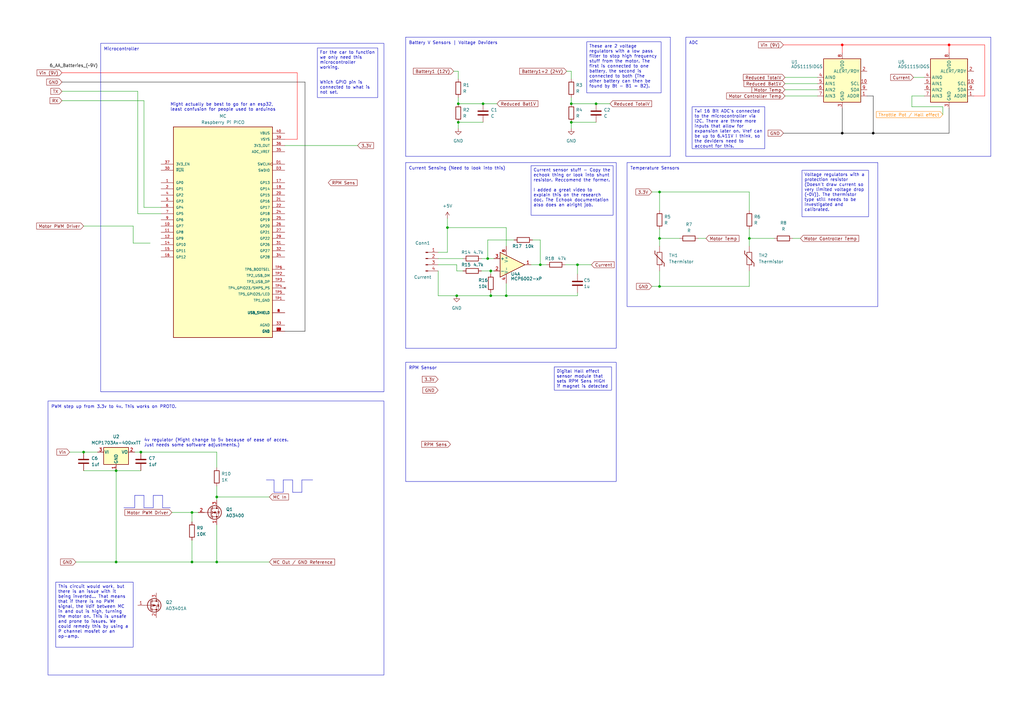
<source format=kicad_sch>
(kicad_sch (version 20230121) (generator eeschema)
  (paper "A3")
  (lib_symbols
    (symbol "Amplifier_Operational:MCP6002-xP" (pin_names (offset 0.127))
      (property "Reference" "U" (at 0 5.08 0))
      (property "Value" "MCP6002-xP" (at 0 -5.08 0))
      (symbol "MCP6002-xP_1_1"
        (polyline (pts (xy -5.08 5.08) (xy 5.08 0) (xy -5.08 -5.08) (xy -5.08 5.08)) (stroke (width 0.254)) (fill (type background)))
        (pin output line (at 7.62 0 180) (length 2.54) (name "~") (number "1"))
        (pin input line (at -7.62 -2.54 0) (length 2.54) (name "-") (number "2"))
        (pin input line (at -7.62 2.54 0) (length 2.54) (name "+") (number "3"))
      )
      (symbol "MCP6002-xP_2_1"
        (polyline (pts (xy -5.08 5.08) (xy 5.08 0) (xy -5.08 -5.08) (xy -5.08 5.08)) (stroke (width 0.254)) (fill (type background)))
        (pin input line (at -7.62 2.54 0) (length 2.54) (name "+") (number "5"))
        (pin input line (at -7.62 -2.54 0) (length 2.54) (name "-") (number "6"))
        (pin output line (at 7.62 0 180) (length 2.54) (name "~") (number "7"))
      )
      (symbol "MCP6002-xP_3_1"
        (pin power_in line (at -2.54 -7.62 90) (length 3.81) (name "V-") (number "4"))
        (pin power_in line (at -2.54 7.62 270) (length 3.81) (name "V+") (number "8"))
      )
    )
    (symbol "Analog_ADC:ADS1115IDGS"
      (property "Reference" "U" (at 2.54 13.97 0))
      (property "Value" "ADS1115IDGS" (at 7.62 11.43 0))
      (symbol "ADS1115IDGS_0_1"
        (rectangle (start -7.62 10.16) (end 7.62 -7.62) (stroke (width 0.254)) (fill (type background)))
      )
      (symbol "ADS1115IDGS_1_1"
        (pin input line (at 10.16 -5.08 180) (length 2.54) (name "ADDR") (number "1"))
        (pin input line (at 10.16 0 180) (length 2.54) (name "SCL") (number "10"))
        (pin output line (at 10.16 5.08 180) (length 2.54) (name "ALERT/RDY") (number "2"))
        (pin power_in line (at 0 -10.16 90) (length 2.54) (name "GND") (number "3"))
        (pin input line (at -10.16 2.54 0) (length 2.54) (name "AIN0") (number "4"))
        (pin input line (at -10.16 0 0) (length 2.54) (name "AIN1") (number "5"))
        (pin input line (at -10.16 -2.54 0) (length 2.54) (name "AIN2") (number "6"))
        (pin input line (at -10.16 -5.08 0) (length 2.54) (name "AIN3") (number "7"))
        (pin power_in line (at 0 12.7 270) (length 2.54) (name "VDD") (number "8"))
        (pin bidirectional line (at 10.16 -2.54 180) (length 2.54) (name "SDA") (number "9"))
      )
    )
    (symbol "Connector:Conn_01x04_Male" (pin_names (offset 1.016) hide)
      (property "Reference" "J" (at 0 5.08 0))
      (property "Value" "Conn_01x04_Male" (at 0 -7.62 0))
      (symbol "Conn_01x04_Male_1_1"
        (polyline (pts (xy 1.27 -5.08) (xy 0.8636 -5.08)) (stroke (width 0.1524)))
        (polyline (pts (xy 1.27 -2.54) (xy 0.8636 -2.54)) (stroke (width 0.1524)))
        (polyline (pts (xy 1.27 0) (xy 0.8636 0)) (stroke (width 0.1524)))
        (polyline (pts (xy 1.27 2.54) (xy 0.8636 2.54)) (stroke (width 0.1524)))
        (rectangle (start 0.8636 -4.953) (end 0 -5.207) (stroke (width 0.1524)) (fill (type outline)))
        (rectangle (start 0.8636 -2.413) (end 0 -2.667) (stroke (width 0.1524)) (fill (type outline)))
        (rectangle (start 0.8636 0.127) (end 0 -0.127) (stroke (width 0.1524)) (fill (type outline)))
        (rectangle (start 0.8636 2.667) (end 0 2.413) (stroke (width 0.1524)) (fill (type outline)))
        (pin passive line (at 5.08 2.54 180) (length 3.81) (name "Pin_1") (number "1"))
        (pin passive line (at 5.08 0 180) (length 3.81) (name "Pin_2") (number "2"))
        (pin passive line (at 5.08 -2.54 180) (length 3.81) (name "Pin_3") (number "3"))
        (pin passive line (at 5.08 -5.08 180) (length 3.81) (name "Pin_4") (number "4"))
      )
    )
    (symbol "Device:C" (pin_numbers hide) (pin_names (offset 0.254))
      (property "Reference" "C" (at 0.635 2.54 0))
      (property "Value" "C" (at 0.635 -2.54 0))
      (symbol "C_0_1"
        (polyline (pts (xy -2.032 -0.762) (xy 2.032 -0.762)) (stroke (width 0.508)))
        (polyline (pts (xy -2.032 0.762) (xy 2.032 0.762)) (stroke (width 0.508)))
      )
      (symbol "C_1_1"
        (pin passive line (at 0 3.81 270) (length 2.794) (name "~") (number "1"))
        (pin passive line (at 0 -3.81 90) (length 2.794) (name "~") (number "2"))
      )
    )
    (symbol "Device:R" (pin_numbers hide) (pin_names (offset 0))
      (property "Reference" "R" (at 2.032 0 90))
      (property "Value" "R" (at 0 0 90))
      (symbol "R_0_1"
        (rectangle (start -1.016 -2.54) (end 1.016 2.54) (stroke (width 0.254)))
      )
      (symbol "R_1_1"
        (pin passive line (at 0 3.81 270) (length 1.27) (name "~") (number "1"))
        (pin passive line (at 0 -3.81 90) (length 1.27) (name "~") (number "2"))
      )
    )
    (symbol "Device:Thermistor" (pin_numbers hide) (pin_names (offset 0))
      (property "Reference" "TH" (at 2.54 1.27 90))
      (property "Value" "Thermistor" (at -2.54 0 90))
      (symbol "Thermistor_0_1"
        (rectangle (start -1.016 2.54) (end 1.016 -2.54) (stroke (width 0.2032)))
        (polyline (pts (xy -1.905 3.175) (xy -1.905 1.905) (xy 1.905 -1.905) (xy 1.905 -3.175) (xy 1.905 -3.175)) (stroke (width 0.254)))
      )
      (symbol "Thermistor_1_1"
        (pin passive line (at 0 5.08 270) (length 2.54) (name "~") (number "1"))
        (pin passive line (at 0 -5.08 90) (length 2.54) (name "~") (number "2"))
      )
    )
    (symbol "Regulator_Linear:MCP1703Ax-400xxTT" (pin_names (offset 0.254))
      (property "Reference" "U" (at -3.81 3.175 0))
      (property "Value" "MCP1703Ax-400xxTT" (at 0 3.175 0))
      (symbol "MCP1703Ax-400xxTT_0_1"
        (rectangle (start -5.08 -5.08) (end 5.08 1.905) (stroke (width 0.254)) (fill (type background)))
      )
      (symbol "MCP1703Ax-400xxTT_1_1"
        (pin power_in line (at 0 -7.62 90) (length 2.54) (name "GND") (number "1"))
        (pin power_out line (at 7.62 0 180) (length 2.54) (name "VO") (number "2"))
        (pin power_in line (at -7.62 0 0) (length 2.54) (name "VI") (number "3"))
      )
    )
    (symbol "SC0915:SC0915" (pin_names (offset 1.016))
      (property "Reference" "U" (at -20.32 44.069 0))
      (property "Value" "SC0915" (at -20.32 -45.72 0))
      (symbol "SC0915_0_0"
        (rectangle (start -20.32 -43.18) (end 20.32 43.18) (stroke (width 0.254)) (fill (type background)))
        (pin bidirectional line (at -25.4 20.32 0) (length 5.08) (name "GP0") (number "1"))
        (pin bidirectional line (at -25.4 2.54 0) (length 5.08) (name "GP7") (number "10"))
        (pin bidirectional line (at -25.4 0 0) (length 5.08) (name "GP8") (number "11"))
        (pin bidirectional line (at -25.4 -2.54 0) (length 5.08) (name "GP9") (number "12"))
        (pin power_in line (at 25.4 -40.64 180) (length 5.08) (name "GND") (number "13"))
        (pin bidirectional line (at -25.4 -5.08 0) (length 5.08) (name "GP10") (number "14"))
        (pin bidirectional line (at -25.4 -7.62 0) (length 5.08) (name "GP11") (number "15"))
        (pin bidirectional line (at -25.4 -10.16 0) (length 5.08) (name "GP12") (number "16"))
        (pin bidirectional line (at 25.4 20.32 180) (length 5.08) (name "GP13") (number "17"))
        (pin power_in line (at 25.4 -40.64 180) (length 5.08) (name "GND") (number "18"))
        (pin bidirectional line (at 25.4 17.78 180) (length 5.08) (name "GP14") (number "19"))
        (pin bidirectional line (at -25.4 17.78 0) (length 5.08) (name "GP1") (number "2"))
        (pin bidirectional line (at 25.4 15.24 180) (length 5.08) (name "GP15") (number "20"))
        (pin bidirectional line (at 25.4 12.7 180) (length 5.08) (name "GP16") (number "21"))
        (pin bidirectional line (at 25.4 10.16 180) (length 5.08) (name "GP17") (number "22"))
        (pin power_in line (at 25.4 -40.64 180) (length 5.08) (name "GND") (number "23"))
        (pin bidirectional line (at 25.4 7.62 180) (length 5.08) (name "GP18") (number "24"))
        (pin bidirectional line (at 25.4 5.08 180) (length 5.08) (name "GP19") (number "25"))
        (pin bidirectional line (at 25.4 2.54 180) (length 5.08) (name "GP20") (number "26"))
        (pin bidirectional line (at 25.4 0 180) (length 5.08) (name "GP21") (number "27"))
        (pin power_in line (at 25.4 -40.64 180) (length 5.08) (name "GND") (number "28"))
        (pin bidirectional line (at 25.4 -2.54 180) (length 5.08) (name "GP22") (number "29"))
        (pin power_in line (at 25.4 -40.64 180) (length 5.08) (name "GND") (number "3"))
        (pin input line (at -25.4 25.4 0) (length 5.08) (name "~{RUN}") (number "30"))
        (pin bidirectional line (at 25.4 -5.08 180) (length 5.08) (name "GP26") (number "31"))
        (pin bidirectional line (at 25.4 -7.62 180) (length 5.08) (name "GP27") (number "32"))
        (pin power_in line (at 25.4 -38.1 180) (length 5.08) (name "AGND") (number "33"))
        (pin bidirectional line (at 25.4 -10.16 180) (length 5.08) (name "GP28") (number "34"))
        (pin power_in line (at 25.4 33.02 180) (length 5.08) (name "ADC_VREF") (number "35"))
        (pin power_in line (at 25.4 35.56 180) (length 5.08) (name "3V3_OUT") (number "36"))
        (pin input line (at -25.4 27.94 0) (length 5.08) (name "3V3_EN") (number "37"))
        (pin power_in line (at 25.4 -40.64 180) (length 5.08) (name "GND") (number "38"))
        (pin power_in line (at 25.4 38.1 180) (length 5.08) (name "VSYS") (number "39"))
        (pin bidirectional line (at -25.4 15.24 0) (length 5.08) (name "GP2") (number "4"))
        (pin power_in line (at 25.4 40.64 180) (length 5.08) (name "VBUS") (number "40"))
        (pin bidirectional line (at -25.4 12.7 0) (length 5.08) (name "GP3") (number "5"))
        (pin bidirectional line (at -25.4 10.16 0) (length 5.08) (name "GP4") (number "6"))
        (pin bidirectional line (at -25.4 7.62 0) (length 5.08) (name "GP5") (number "7"))
        (pin power_in line (at 25.4 -40.64 180) (length 5.08) (name "GND") (number "8"))
        (pin bidirectional line (at -25.4 5.08 0) (length 5.08) (name "GP6") (number "9"))
        (pin power_in line (at 25.4 -33.02 180) (length 5.08) (name "USB_SHIELD") (number "A"))
        (pin power_in line (at 25.4 -33.02 180) (length 5.08) (name "USB_SHIELD") (number "B"))
        (pin power_in line (at 25.4 -33.02 180) (length 5.08) (name "USB_SHIELD") (number "C"))
        (pin power_in line (at 25.4 -33.02 180) (length 5.08) (name "USB_SHIELD") (number "D"))
        (pin input clock (at 25.4 27.94 180) (length 5.08) (name "SWCLK") (number "D1"))
        (pin power_in line (at 25.4 -40.64 180) (length 5.08) (name "GND") (number "D2"))
        (pin bidirectional line (at 25.4 25.4 180) (length 5.08) (name "SWDIO") (number "D3"))
        (pin power_in line (at 25.4 -27.94 180) (length 5.08) (name "TP1_GND") (number "TP1"))
        (pin bidirectional line (at 25.4 -17.78 180) (length 5.08) (name "TP2_USB_DM") (number "TP2"))
        (pin bidirectional line (at 25.4 -20.32 180) (length 5.08) (name "TP3_USB_DP") (number "TP3"))
        (pin no_connect line (at 25.4 -22.86 180) (length 5.08) (name "TP4_GPIO23/SMPS_PS") (number "TP4"))
        (pin output line (at 25.4 -25.4 180) (length 5.08) (name "TP5_GPIO25/LED") (number "TP5"))
        (pin input line (at 25.4 -15.24 180) (length 5.08) (name "TP6_BOOTSEL") (number "TP6"))
      )
    )
    (symbol "Transistor_FET:2N7000" (pin_names hide)
      (property "Reference" "Q" (at 5.08 1.905 0))
      (property "Value" "2N7000" (at 5.08 0 0))
      (symbol "2N7000_0_1"
        (polyline (pts (xy 0.254 0) (xy -2.54 0)))
        (polyline (pts (xy 0.254 1.905) (xy 0.254 -1.905)) (stroke (width 0.254)))
        (polyline (pts (xy 0.762 -1.27) (xy 0.762 -2.286)) (stroke (width 0.254)))
        (polyline (pts (xy 0.762 0.508) (xy 0.762 -0.508)) (stroke (width 0.254)))
        (polyline (pts (xy 0.762 2.286) (xy 0.762 1.27)) (stroke (width 0.254)))
        (polyline (pts (xy 2.54 2.54) (xy 2.54 1.778)))
        (polyline (pts (xy 2.54 -2.54) (xy 2.54 0) (xy 0.762 0)))
        (polyline (pts (xy 0.762 -1.778) (xy 3.302 -1.778) (xy 3.302 1.778) (xy 0.762 1.778)))
        (polyline (pts (xy 1.016 0) (xy 2.032 0.381) (xy 2.032 -0.381) (xy 1.016 0)) (fill (type outline)))
        (polyline (pts (xy 2.794 0.508) (xy 2.921 0.381) (xy 3.683 0.381) (xy 3.81 0.254)))
        (polyline (pts (xy 3.302 0.381) (xy 2.921 -0.254) (xy 3.683 -0.254) (xy 3.302 0.381)))
        (circle (center 1.651 0) (radius 2.794) (stroke (width 0.254)))
        (circle (center 2.54 -1.778) (radius 0.254) (fill (type outline)))
        (circle (center 2.54 1.778) (radius 0.254) (fill (type outline)))
      )
      (symbol "2N7000_1_1"
        (pin passive line (at 2.54 -5.08 90) (length 2.54) (name "S") (number "1"))
        (pin input line (at -5.08 0 0) (length 2.54) (name "G") (number "2"))
        (pin passive line (at 2.54 5.08 270) (length 2.54) (name "D") (number "3"))
      )
    )
    (symbol "Transistor_FET:AO3401A" (pin_names hide)
      (property "Reference" "Q" (at 5.08 1.905 0))
      (property "Value" "AO3401A" (at 5.08 0 0))
      (symbol "AO3401A_0_1"
        (polyline (pts (xy 0.254 0) (xy -2.54 0)))
        (polyline (pts (xy 0.254 1.905) (xy 0.254 -1.905)) (stroke (width 0.254)))
        (polyline (pts (xy 0.762 -1.27) (xy 0.762 -2.286)) (stroke (width 0.254)))
        (polyline (pts (xy 0.762 0.508) (xy 0.762 -0.508)) (stroke (width 0.254)))
        (polyline (pts (xy 0.762 2.286) (xy 0.762 1.27)) (stroke (width 0.254)))
        (polyline (pts (xy 2.54 2.54) (xy 2.54 1.778)))
        (polyline (pts (xy 2.54 -2.54) (xy 2.54 0) (xy 0.762 0)))
        (polyline (pts (xy 0.762 1.778) (xy 3.302 1.778) (xy 3.302 -1.778) (xy 0.762 -1.778)))
        (polyline (pts (xy 2.286 0) (xy 1.27 0.381) (xy 1.27 -0.381) (xy 2.286 0)) (fill (type outline)))
        (polyline (pts (xy 2.794 -0.508) (xy 2.921 -0.381) (xy 3.683 -0.381) (xy 3.81 -0.254)))
        (polyline (pts (xy 3.302 -0.381) (xy 2.921 0.254) (xy 3.683 0.254) (xy 3.302 -0.381)))
        (circle (center 1.651 0) (radius 2.794) (stroke (width 0.254)))
        (circle (center 2.54 -1.778) (radius 0.254) (fill (type outline)))
        (circle (center 2.54 1.778) (radius 0.254) (fill (type outline)))
      )
      (symbol "AO3401A_1_1"
        (pin input line (at -5.08 0 0) (length 2.54) (name "G") (number "1"))
        (pin passive line (at 2.54 -5.08 90) (length 2.54) (name "S") (number "2"))
        (pin passive line (at 2.54 5.08 270) (length 2.54) (name "D") (number "3"))
      )
    )
    (symbol "power:+5V" (power) (pin_names (offset 0))
      (property "Value" "+5V" (at 0 3.556 0))
      (symbol "+5V_0_1"
        (polyline (pts (xy -0.762 1.27) (xy 0 2.54)))
        (polyline (pts (xy 0 0) (xy 0 2.54)))
        (polyline (pts (xy 0 2.54) (xy 0.762 1.27)))
      )
      (symbol "+5V_1_1"
        (pin power_in line (at 0 0 90) (length 0) hide (name "+5V") (number "1"))
      )
    )
    (symbol "power:GND" (power) (pin_names (offset 0))
      (property "Value" "GND" (at 0 -3.81 0))
      (symbol "GND_0_1"
        (polyline (pts (xy 0 0) (xy 0 -1.27) (xy 1.27 -1.27) (xy 0 -2.54) (xy -1.27 -1.27) (xy 0 -1.27)))
      )
      (symbol "GND_1_1"
        (pin power_in line (at 0 0 270) (length 0) hide (name "GND") (number "1"))
      )
    )
  )
  (junction (at 236.855 108.585))
  (junction (at 345.44 54.61) (color 0 0 0 1))
  (junction (at 234.315 50.165))
  (junction (at 47.625 230.505))
  (junction (at 88.9 230.505))
  (junction (at 307.34 97.79))
  (junction (at 270.51 78.74))
  (junction (at 183.515 93.345))
  (junction (at 358.14 54.61) (color 0 0 0 1))
  (junction (at 244.475 42.545))
  (junction (at 78.74 230.505))
  (junction (at 47.625 193.04))
  (junction (at 221.615 108.585))
  (junction (at 200.025 106.045))
  (junction (at 57.785 185.42))
  (junction (at 34.29 185.42))
  (junction (at 187.96 50.165))
  (junction (at 78.74 210.185))
  (junction (at 345.44 18.415) (color 255 0 0 1))
  (junction (at 270.51 97.79))
  (junction (at 88.9 203.835))
  (junction (at 187.96 42.545))
  (junction (at 201.295 121.285))
  (junction (at 270.51 117.475))
  (junction (at 389.255 18.415) (color 255 0 0 1))
  (junction (at 198.12 42.545))
  (junction (at 201.295 111.125))
  (junction (at 234.315 42.545))
  (junction (at 207.645 121.285))
  (junction (at 187.325 121.285))
  (polyline (pts (xy 62.865 208.28) (xy 62.865 203.2)))
  (wire (pts (xy 200.025 98.425) (xy 200.025 106.045)))
  (wire (pts (xy 54.61 99.695) (xy 61.595 99.695)))
  (wire (pts (xy 386.715 43.815) (xy 374.015 43.815)))
  (wire (pts (xy 179.705 121.285) (xy 179.705 111.125)))
  (wire (pts (xy 307.34 97.79) (xy 317.5 97.79)))
  (polyline (pts (xy 123.825 201.93) (xy 120.015 201.93)))
  (wire (pts (xy 270.51 97.79) (xy 270.51 93.98)))
  (wire (pts (xy 88.9 215.265) (xy 88.9 230.505)))
  (wire (pts (xy 201.295 121.285) (xy 187.325 121.285)))
  (wire (pts (xy 47.625 193.04) (xy 47.625 230.505)))
  (wire (pts (xy 78.74 210.185) (xy 81.28 210.185)))
  (wire (pts (xy 88.9 185.42) (xy 88.9 191.77)))
  (wire (pts (xy 307.34 93.98) (xy 307.34 97.79)))
  (wire (pts (xy 234.315 50.165) (xy 234.315 52.705)))
  (wire (pts (xy 201.295 120.015) (xy 201.295 121.285)))
  (wire (pts (xy 307.34 97.79) (xy 307.34 100.965)))
  (wire (pts (xy 321.945 36.83) (xy 335.28 36.83)))
  (wire (pts (xy 187.325 108.585) (xy 179.705 108.585)))
  (wire (pts (xy 236.855 108.585) (xy 242.57 108.585)))
  (polyline (pts (xy 128.27 196.85) (xy 123.825 196.85)))
  (wire (pts (xy 25.4 37.465) (xy 56.515 37.465)))
  (wire (pts (xy 270.51 117.475) (xy 307.34 117.475)))
  (wire (pts (xy 56.515 37.465) (xy 56.515 87.63)))
  (wire (pts (xy 121.92 29.845) (xy 121.92 57.15)) (stroke (width 0) (color 255 0 0 1)))
  (wire (pts (xy 389.255 44.45) (xy 389.255 54.61)) (stroke (width 0) (color 0 0 0 1)))
  (polyline (pts (xy 66.675 203.2) (xy 66.675 208.28)))
  (wire (pts (xy 78.74 213.995) (xy 78.74 210.185)))
  (polyline (pts (xy 116.205 196.85) (xy 116.205 201.93)))
  (polyline (pts (xy 123.825 196.85) (xy 123.825 201.93)))
  (polyline (pts (xy 55.245 208.28) (xy 55.245 203.2)))
  (wire (pts (xy 236.855 108.585) (xy 231.775 108.585)))
  (wire (pts (xy 28.575 185.42) (xy 34.29 185.42)))
  (wire (pts (xy 232.41 29.21) (xy 234.315 29.21)))
  (polyline (pts (xy 50.8 208.28) (xy 55.245 208.28)))
  (wire (pts (xy 55.245 185.42) (xy 57.785 185.42)))
  (wire (pts (xy 121.92 57.15) (xy 116.84 57.15)) (stroke (width 0) (color 255 0 0 1)))
  (wire (pts (xy 210.82 98.425) (xy 200.025 98.425)))
  (wire (pts (xy 207.645 116.205) (xy 207.645 121.285)))
  (wire (pts (xy 403.86 18.415) (xy 389.255 18.415)) (stroke (width 0) (color 255 0 0 1)))
  (wire (pts (xy 59.055 41.275) (xy 59.055 85.09)))
  (wire (pts (xy 207.645 121.285) (xy 201.295 121.285)))
  (wire (pts (xy 234.315 42.545) (xy 244.475 42.545)))
  (polyline (pts (xy 120.015 196.85) (xy 116.205 196.85)))
  (wire (pts (xy 197.485 111.125) (xy 201.295 111.125)))
  (wire (pts (xy 25.4 29.845) (xy 121.92 29.845)) (stroke (width 0) (color 255 0 0 1)))
  (wire (pts (xy 47.625 230.505) (xy 31.115 230.505)))
  (wire (pts (xy 321.31 18.415) (xy 345.44 18.415)) (stroke (width 0) (color 255 0 0 1)))
  (wire (pts (xy 179.705 106.045) (xy 189.865 106.045)))
  (wire (pts (xy 88.9 203.835) (xy 88.9 205.105)))
  (wire (pts (xy 403.86 39.37) (xy 403.86 18.415)) (stroke (width 0) (color 255 0 0 1)))
  (wire (pts (xy 187.96 50.165) (xy 187.96 52.705)))
  (wire (pts (xy 345.44 18.415) (xy 389.255 18.415)) (stroke (width 0) (color 255 0 0 1)))
  (wire (pts (xy 125.095 33.655) (xy 125.095 135.89)) (stroke (width 0) (color 0 0 0 1)))
  (polyline (pts (xy 116.205 201.93) (xy 112.395 201.93)))
  (wire (pts (xy 236.855 120.015) (xy 236.855 121.285)))
  (wire (pts (xy 54.61 92.71) (xy 54.61 99.695)))
  (wire (pts (xy 57.785 185.42) (xy 88.9 185.42)))
  (wire (pts (xy 234.315 29.21) (xy 234.315 32.385)))
  (wire (pts (xy 183.515 89.535) (xy 183.515 93.345)))
  (wire (pts (xy 201.295 111.125) (xy 201.295 112.395)))
  (wire (pts (xy 234.315 50.165) (xy 244.475 50.165)))
  (wire (pts (xy 399.415 39.37) (xy 403.86 39.37)) (stroke (width 0) (color 255 0 0 1)))
  (wire (pts (xy 70.485 210.185) (xy 78.74 210.185)))
  (wire (pts (xy 221.615 98.425) (xy 221.615 108.585)))
  (wire (pts (xy 179.705 103.505) (xy 183.515 103.505)))
  (wire (pts (xy 34.29 193.04) (xy 47.625 193.04)))
  (wire (pts (xy 267.335 117.475) (xy 270.51 117.475)))
  (wire (pts (xy 187.96 42.545) (xy 198.12 42.545)))
  (wire (pts (xy 88.9 230.505) (xy 78.74 230.505)))
  (wire (pts (xy 345.44 18.415) (xy 345.44 21.59)) (stroke (width 0) (color 255 0 0 1)))
  (polyline (pts (xy 55.245 203.2) (xy 59.055 203.2)))
  (polyline (pts (xy 120.015 201.93) (xy 120.015 196.85)))
  (wire (pts (xy 217.805 108.585) (xy 221.615 108.585)))
  (wire (pts (xy 200.025 106.045) (xy 202.565 106.045)))
  (polyline (pts (xy 112.395 201.93) (xy 112.395 196.85)))
  (wire (pts (xy 236.855 108.585) (xy 236.855 112.395)))
  (wire (pts (xy 244.475 42.545) (xy 250.19 42.545)))
  (wire (pts (xy 267.335 78.74) (xy 270.51 78.74)))
  (wire (pts (xy 116.84 135.89) (xy 125.095 135.89)) (stroke (width 0) (color 0 0 0 1)))
  (polyline (pts (xy 62.865 203.2) (xy 66.675 203.2)))
  (wire (pts (xy 389.255 18.415) (xy 389.255 21.59)) (stroke (width 0) (color 255 0 0 1)))
  (wire (pts (xy 183.515 93.345) (xy 183.515 103.505)))
  (wire (pts (xy 34.29 185.42) (xy 40.005 185.42)))
  (wire (pts (xy 187.96 40.005) (xy 187.96 42.545)))
  (polyline (pts (xy 59.055 208.28) (xy 62.865 208.28)))
  (wire (pts (xy 207.645 93.345) (xy 183.515 93.345)))
  (wire (pts (xy 56.515 87.63) (xy 66.04 87.63)))
  (wire (pts (xy 187.96 50.165) (xy 198.12 50.165)))
  (wire (pts (xy 187.325 121.285) (xy 179.705 121.285)))
  (wire (pts (xy 286.385 97.79) (xy 289.56 97.79)))
  (wire (pts (xy 186.055 29.21) (xy 187.96 29.21)))
  (wire (pts (xy 218.44 98.425) (xy 221.615 98.425)))
  (wire (pts (xy 374.015 39.37) (xy 379.095 39.37)))
  (polyline (pts (xy 66.675 208.28) (xy 69.85 208.28)))
  (polyline (pts (xy 112.395 196.85) (xy 109.22 196.85)))
  (wire (pts (xy 270.51 111.125) (xy 270.51 117.475)))
  (wire (pts (xy 321.945 31.75) (xy 335.28 31.75)))
  (wire (pts (xy 198.12 42.545) (xy 203.835 42.545)))
  (wire (pts (xy 189.865 111.125) (xy 187.325 111.125)))
  (wire (pts (xy 345.44 44.45) (xy 345.44 54.61)) (stroke (width 0) (color 0 0 0 1)))
  (wire (pts (xy 307.34 78.74) (xy 307.34 86.36)))
  (wire (pts (xy 386.715 46.99) (xy 386.715 43.815)))
  (polyline (pts (xy 59.055 203.2) (xy 59.055 208.28)))
  (wire (pts (xy 358.14 39.37) (xy 358.14 54.61)) (stroke (width 0) (color 0 0 0 1)))
  (wire (pts (xy 278.765 97.79) (xy 270.51 97.79)))
  (wire (pts (xy 25.4 33.655) (xy 125.095 33.655)) (stroke (width 0) (color 0 0 0 1)))
  (wire (pts (xy 345.44 54.61) (xy 358.14 54.61)) (stroke (width 0) (color 0 0 0 1)))
  (wire (pts (xy 270.51 78.74) (xy 307.34 78.74)))
  (wire (pts (xy 321.945 39.37) (xy 335.28 39.37)))
  (wire (pts (xy 88.9 203.835) (xy 110.49 203.835)))
  (wire (pts (xy 321.945 34.29) (xy 335.28 34.29)))
  (wire (pts (xy 234.315 40.005) (xy 234.315 42.545)))
  (wire (pts (xy 270.51 97.79) (xy 270.51 100.965)))
  (wire (pts (xy 34.29 92.71) (xy 54.61 92.71)))
  (wire (pts (xy 221.615 108.585) (xy 224.155 108.585)))
  (wire (pts (xy 270.51 86.36) (xy 270.51 78.74)))
  (wire (pts (xy 374.015 43.815) (xy 374.015 39.37)))
  (wire (pts (xy 197.485 106.045) (xy 200.025 106.045)))
  (wire (pts (xy 47.625 193.04) (xy 57.785 193.04)))
  (wire (pts (xy 207.645 100.965) (xy 207.645 93.345)))
  (wire (pts (xy 374.65 31.75) (xy 379.095 31.75)))
  (wire (pts (xy 355.6 39.37) (xy 358.14 39.37)) (stroke (width 0) (color 0 0 0 1)))
  (wire (pts (xy 207.645 121.285) (xy 236.855 121.285)))
  (wire (pts (xy 187.96 29.21) (xy 187.96 32.385)))
  (wire (pts (xy 201.295 111.125) (xy 202.565 111.125)))
  (wire (pts (xy 187.325 111.125) (xy 187.325 108.585)))
  (wire (pts (xy 88.9 230.505) (xy 110.49 230.505)))
  (wire (pts (xy 116.84 59.69) (xy 146.685 59.69)))
  (wire (pts (xy 78.74 230.505) (xy 47.625 230.505)))
  (wire (pts (xy 59.055 85.09) (xy 66.04 85.09)))
  (wire (pts (xy 78.74 221.615) (xy 78.74 230.505)))
  (wire (pts (xy 325.12 97.79) (xy 328.295 97.79)))
  (wire (pts (xy 88.9 199.39) (xy 88.9 203.835)))
  (wire (pts (xy 25.4 41.275) (xy 59.055 41.275)))
  (wire (pts (xy 307.34 117.475) (xy 307.34 111.125)))
  (wire (pts (xy 321.31 54.61) (xy 345.44 54.61)) (stroke (width 0) (color 0 0 0 1)))
  (wire (pts (xy 358.14 54.61) (xy 389.255 54.61)) (stroke (width 0) (color 0 0 0 1)))
  (rectangle (start 166.37 15.24) (end 274.955 64.135))
  (rectangle (start 281.305 15.24) (end 406.4 64.135))
  (rectangle (start 166.37 148.59) (end 252.73 197.485))
  (rectangle (start 41.275 17.78) (end 157.48 160.655))
  (rectangle (start 257.175 66.675) (end 360.045 125.73))
  (rectangle (start 166.37 66.675) (end 252.73 142.875))
  (rectangle (start 19.685 164.465) (end 157.48 276.86))
  (text_box "This circuit would work, but there is an issue with it being inverted... That means that if there is no PWM signal, the Vdif between MC in and out is high, turning the motor on. This is unsafe and prone to issues. We could remedy this by using a P channel mosfet or an op-amp." (at 22.86 238.76 0) (size 31.75 26.67) (effects (font (size 1.27 1.27)) (justify left top)))
  (text_box "Digital Hall effect sensor module that sets RPM Sens HIGH if magnet is detected" (at 227.33 150.495 0) (size 23.495 9.525) (effects (font (size 1.27 1.27)) (justify left top)))
  (text_box "Twi 16 Bit ADC's connected to the microcontroller via I2C. There are three more inputs that allow for expansion later on. Vref can be up to 6.411V I think, so the deviders need to account for this." (at 283.845 43.815 0) (size 29.845 17.145) (effects (font (size 1.27 1.27)) (justify left top)))
  (text_box "For the car to function we only need this microcontroller working.\n\n\nWhich GPIO pin is connected to what is not set.\n" (at 130.175 19.685 0) (size 24.765 20.32) (effects (font (size 1.27 1.27)) (justify left top)))
  (text_box "Voltage regulators with a protection resistor (Doesn't draw current so very limited voltage drop (~0V)). The thermistor type still needs to be investigated and calibrated." (at 328.93 69.85 0) (size 27.305 19.05) (effects (font (size 1.27 1.27)) (justify left top)))
  (text_box "These are 2 voltage regulators with a low pass filter to stop high frequency stuff from the motor. The first is connected to one battery, the second is connected to both (The other battery can then be found by Bt - B1 = B2)." (at 240.665 17.145 0) (size 30.48 20.955) (effects (font (size 1.27 1.27)) (justify left top)))
  (text_box "Current sensor stuff - Copy the echook thing or look into shunt resistor. Reccomend the former. \n\nI added a great video to explain this on the research doc. The Echook documentation also does an alright job." (at 217.805 67.945 0) (size 33.655 20.32) (effects (font (size 1.27 1.27)) (justify left top)))
  (text "4v regulator (Might change to 5v because of ease of acces. \nJust needs some software adjustments.)\n\n" (at 59.055 185.42 0) (effects (font (size 1.27 1.27)) (justify left bottom)))
  (text "Current Sensing (Need to look into this)\n" (at 167.64 69.85 0) (effects (font (size 1.27 1.27)) (justify left bottom)))
  (text "RPM Sensor" (at 167.64 151.765 0) (effects (font (size 1.27 1.27)) (justify left bottom)))
  (text "ADC" (at 282.575 18.415 0) (effects (font (size 1.27 1.27)) (justify left bottom)))
  (text "Might actually be best to go for an esp32,\nleast confusion for people used to arduinos" (at 69.85 45.72 0) (effects (font (size 1.27 1.27)) (justify left bottom)))
  (text "Battery V Sensors | Voltage Deviders" (at 167.64 18.415 0) (effects (font (size 1.27 1.27)) (justify left bottom)))
  (text "PWM step up from 3.3v to 4v. This works on PROTO.\n" (at 20.955 167.64 0) (effects (font (size 1.27 1.27)) (justify left bottom)))
  (text "Microcontroller\n" (at 42.545 20.955 0) (effects (font (size 1.27 1.27)) (justify left bottom)))
  (text "Temperature Sensors\n" (at 258.445 69.85 0) (effects (font (size 1.27 1.27)) (justify left bottom)))
  (label "6_AA_Batteries_(~9V)" (at 20.32 27.94 0))
  (global_label "RPM Sens" (shape input) (at 134.62 74.93 0) (property "Intersheetrefs" "${INTERSHEET_REFS}" (effects hide)))
  (global_label "Reduced Bat1V" (shape input) (at 321.945 34.29 180) (property "Intersheetrefs" "${INTERSHEET_REFS}" (effects hide)))
  (global_label "GND" (shape input) (at 25.4 33.655 180) (property "Intersheetrefs" "${INTERSHEET_REFS}" (effects hide)))
  (global_label "Battery1+2 (24V)" (shape input) (at 232.41 29.21 180) (property "Intersheetrefs" "${INTERSHEET_REFS}" (effects hide)))
  (global_label "MC In" (shape input) (at 110.49 203.835 0) (property "Intersheetrefs" "${INTERSHEET_REFS}" (effects hide)))
  (global_label "Vin" (shape input) (at 28.575 185.42 180) (property "Intersheetrefs" "${INTERSHEET_REFS}" (effects hide)))
  (global_label "MC Out {slash} GND Reference" (shape input) (at 110.49 230.505 0) (property "Intersheetrefs" "${INTERSHEET_REFS}" (effects hide)))
  (global_label "RX" (shape input) (at 25.4 41.275 180) (property "Intersheetrefs" "${INTERSHEET_REFS}" (effects hide)))
  (global_label "Reduced TotalV" (shape input) (at 250.19 42.545 0) (property "Intersheetrefs" "${INTERSHEET_REFS}" (effects hide)))
  (global_label "Motor Temp" (shape input) (at 289.56 97.79 0) (property "Intersheetrefs" "${INTERSHEET_REFS}" (effects hide)))
  (global_label "Current" (shape input) (at 242.57 108.585 0) (property "Intersheetrefs" "${INTERSHEET_REFS}" (effects hide)))
  (global_label "Throttle Pot {slash} Hall effect" (shape input) (at 386.715 46.99 180) (property "Intersheetrefs" "${INTERSHEET_REFS}" (effects hide)))
  (global_label "TX" (shape input) (at 25.4 37.465 180) (property "Intersheetrefs" "${INTERSHEET_REFS}" (effects hide)))
  (global_label "3.3V" (shape input) (at 179.705 155.575 180) (property "Intersheetrefs" "${INTERSHEET_REFS}" (effects hide)))
  (global_label "Current" (shape input) (at 374.65 31.75 180) (property "Intersheetrefs" "${INTERSHEET_REFS}" (effects hide)))
  (global_label "Motor PWM Driver" (shape input) (at 70.485 210.185 180) (property "Intersheetrefs" "${INTERSHEET_REFS}" (effects hide)))
  (global_label "GND" (shape input) (at 179.705 160.02 180) (property "Intersheetrefs" "${INTERSHEET_REFS}" (effects hide)))
  (global_label "Motor Controller Temp" (shape input) (at 321.945 39.37 180) (property "Intersheetrefs" "${INTERSHEET_REFS}" (effects hide)))
  (global_label "Reduced Bat1V" (shape input) (at 203.835 42.545 0) (property "Intersheetrefs" "${INTERSHEET_REFS}" (effects hide)))
  (global_label "GND" (shape input) (at 267.335 117.475 180) (property "Intersheetrefs" "${INTERSHEET_REFS}" (effects hide)))
  (global_label "Vin (9V)" (shape input) (at 25.4 29.845 180) (property "Intersheetrefs" "${INTERSHEET_REFS}" (effects hide)))
  (global_label "Reduced TotalV" (shape input) (at 321.945 31.75 180) (property "Intersheetrefs" "${INTERSHEET_REFS}" (effects hide)))
  (global_label "RPM Sens" (shape input) (at 184.785 182.245 180) (property "Intersheetrefs" "${INTERSHEET_REFS}" (effects hide)))
  (global_label "Battery1 (12V)" (shape input) (at 186.055 29.21 180) (property "Intersheetrefs" "${INTERSHEET_REFS}" (effects hide)))
  (global_label "3.3V" (shape input) (at 146.685 59.69 0) (property "Intersheetrefs" "${INTERSHEET_REFS}" (effects hide)))
  (global_label "Vin (9V)" (shape input) (at 321.31 18.415 180) (property "Intersheetrefs" "${INTERSHEET_REFS}" (effects hide)))
  (global_label "GND" (shape input) (at 321.31 54.61 180) (property "Intersheetrefs" "${INTERSHEET_REFS}" (effects hide)))
  (global_label "Motor Controller Temp" (shape input) (at 328.295 97.79 0) (property "Intersheetrefs" "${INTERSHEET_REFS}" (effects hide)))
  (global_label "GND" (shape input) (at 31.115 230.505 180) (property "Intersheetrefs" "${INTERSHEET_REFS}" (effects hide)))
  (global_label "Motor PWM Driver" (shape input) (at 34.29 92.71 180) (property "Intersheetrefs" "${INTERSHEET_REFS}" (effects hide)))
  (global_label "3.3V" (shape input) (at 267.335 78.74 180) (property "Intersheetrefs" "${INTERSHEET_REFS}" (effects hide)))
  (global_label "Motor Temp" (shape input) (at 321.945 36.83 180) (property "Intersheetrefs" "${INTERSHEET_REFS}" (effects hide)))
  (symbol (lib_id "Device:R") (at 78.74 217.805 0) (unit 1)
    (property "Reference" "R9" (at 80.645 216.535 0) (effects (justify left)))
    (property "Value" "10K" (at 80.645 219.075 0) (effects (justify left)))
  )
  (symbol (lib_id "power:GND") (at 234.315 52.705 0) (unit 1)
    (property "Reference" "#PWR02" (effects hide))
    (property "Value" "GND" (at 234.315 57.785 0))
  )
  (symbol (lib_id "Device:C") (at 236.855 116.205 0) (unit 1)
    (property "Reference" "C5" (at 239.395 114.935 0) (effects (justify left)))
    (property "Value" "1u" (at 239.395 117.475 0) (effects (justify left)))
    (property "Footprint" "Capacitor_THT:C_Disc_D5.1mm_W3.2mm_P5.00mm" (effects hide))
  )
  (symbol (lib_id "Device:R") (at 234.315 46.355 0) (unit 1)
    (property "Reference" "R4" (at 236.22 45.085 0) (effects (justify left)))
    (property "Value" "R" (at 236.22 47.625 0) (effects (justify left)))
  )
  (symbol (lib_id "Device:R") (at 214.63 98.425 270) (unit 1)
    (property "Reference" "R17" (at 212.09 100.965 90))
    (property "Value" "10k" (at 217.17 100.965 90))
    (property "Footprint" "Resistor_THT:R_Axial_DIN0207_L6.3mm_D2.5mm_P10.16mm_Horizontal" (effects hide))
  )
  (symbol (lib_id "power:GND") (at 187.325 121.285 0) (unit 1)
    (property "Reference" "#PWR04" (effects hide))
    (property "Value" "GND" (at 187.325 126.365 0))
  )
  (symbol (lib_id "Device:R") (at 234.315 36.195 0) (unit 1)
    (property "Reference" "R3" (at 236.22 34.925 0) (effects (justify left)))
    (property "Value" "R" (at 236.22 37.465 0) (effects (justify left)))
  )
  (symbol (lib_id "Device:C") (at 244.475 46.355 0) (unit 1)
    (property "Reference" "C2" (at 247.65 45.085 0) (effects (justify left)))
    (property "Value" "C" (at 247.65 47.625 0) (effects (justify left)))
  )
  (symbol (lib_id "SC0915:SC0915") (at 91.44 95.25 0) (unit 1)
    (property "Reference" "MC" (at 91.44 47.625 0))
    (property "Value" "Raspberry Pi PICO" (at 91.44 50.165 0))
    (property "Footprint" "SC0915:MODULE_SC0915" (effects hide))
    (property "MF" "Raspberry Pi" (effects hide))
    (property "Description" "\nRaspberry Pi Pico Embedded Dev Module | Raspberry Pi SC0915\n" (effects hide))
    (property "Package" "None" (effects hide))
    (property "Price" "None" (effects hide))
    (property "Check_prices" "https://www.snapeda.com/parts/SC0915/Raspberry+Pi/view-part/?ref=eda" (effects hide))
    (property "STANDARD" "Manufacturer Recommendations" (effects hide))
    (property "PARTREV" "1.9" (effects hide))
    (property "SnapEDA_Link" "https://www.snapeda.com/parts/SC0915/Raspberry+Pi/view-part/?ref=snap" (effects hide))
    (property "MP" "SC0915" (effects hide))
    (property "Purchase-URL" "https://www.snapeda.com/api/url_track_click_mouser/?unipart_id=6331605&manufacturer=Raspberry Pi&part_name=SC0915&search_term=pico" (effects hide))
    (property "MANUFACTURER" "Pi Supply" (effects hide))
    (property "Availability" "In Stock" (effects hide))
    (property "SNAPEDA_PN" "SC0915" (effects hide))
  )
  (symbol (lib_id "Device:C") (at 198.12 46.355 0) (unit 1)
    (property "Reference" "C1" (at 201.295 45.085 0) (effects (justify left)))
    (property "Value" "C" (at 201.295 47.625 0) (effects (justify left)))
  )
  (symbol (lib_id "Device:R") (at 227.965 108.585 270) (unit 1)
    (property "Reference" "R18" (at 225.425 106.045 90))
    (property "Value" "47k" (at 230.505 106.045 90))
    (property "Footprint" "Resistor_THT:R_Axial_DIN0207_L6.3mm_D2.5mm_P10.16mm_Horizontal" (effects hide))
  )
  (symbol (lib_id "Connector:Conn_01x04_Male") (at 174.625 106.045 0) (unit 1)
    (property "Reference" "Conn1" (at 173.355 99.695 0))
    (property "Value" "Current" (at 173.355 113.665 0))
    (property "Footprint" "user:Pluggable_Terminal_4_5.08mm" (effects hide))
  )
  (symbol (lib_id "Analog_ADC:ADS1115IDGS") (at 389.255 34.29 0) (unit 1)
    (property "Reference" "U5" (at 368.3 25.4 0) (effects (justify left)))
    (property "Value" "ADS1115IDGS" (at 368.3 27.305 0) (effects (justify left)))
    (property "Footprint" "Package_SO:TSSOP-10_3x3mm_P0.5mm" (effects hide))
    (property "Datasheet" "http://www.ti.com/lit/ds/symlink/ads1113.pdf" (effects hide))
  )
  (symbol (lib_id "Device:R") (at 88.9 195.58 0) (unit 1)
    (property "Reference" "R10" (at 90.805 194.31 0) (effects (justify left)))
    (property "Value" "1K" (at 90.805 196.85 0) (effects (justify left)))
  )
  (symbol (lib_id "Device:R") (at 307.34 90.17 0) (unit 1)
    (property "Reference" "R6" (at 309.245 88.9 0) (effects (justify left)))
    (property "Value" "R" (at 309.245 91.44 0) (effects (justify left)))
  )
  (symbol (lib_id "Device:R") (at 270.51 90.17 0) (unit 1)
    (property "Reference" "R5" (at 272.415 88.9 0) (effects (justify left)))
    (property "Value" "R" (at 272.415 91.44 0) (effects (justify left)))
  )
  (symbol (lib_id "power:GND") (at 187.96 52.705 0) (unit 1)
    (property "Reference" "#PWR01" (effects hide))
    (property "Value" "GND" (at 187.96 57.785 0))
  )
  (symbol (lib_id "Transistor_FET:2N7000") (at 86.36 210.185 0) (unit 1)
    (property "Reference" "Q1" (at 92.71 208.915 0) (effects (justify left)))
    (property "Value" "AO3400" (at 92.71 211.455 0) (effects (justify left)))
    (property "Footprint" "Package_TO_SOT_THT:TO-92_Inline" (effects hide))
    (property "Datasheet" "https://www.vishay.com/docs/70226/70226.pdf" (effects hide))
  )
  (symbol (lib_id "power:+5V") (at 183.515 89.535 0) (unit 1)
    (property "Reference" "#PWR03" (effects hide))
    (property "Value" "+5V" (at 183.515 84.455 0))
  )
  (symbol (lib_id "Device:R") (at 187.96 46.355 0) (unit 1)
    (property "Reference" "R2" (at 189.865 45.085 0) (effects (justify left)))
    (property "Value" "R" (at 189.865 47.625 0) (effects (justify left)))
  )
  (symbol (lib_id "Device:R") (at 321.31 97.79 90) (unit 1)
    (property "Reference" "R8" (at 321.31 91.44 90))
    (property "Value" "R" (at 321.31 93.98 90))
  )
  (symbol (lib_id "Device:C") (at 34.29 189.23 0) (unit 1)
    (property "Reference" "C6" (at 37.465 187.96 0) (effects (justify left)))
    (property "Value" "1uf" (at 37.465 190.5 0) (effects (justify left)))
  )
  (symbol (lib_id "Device:C") (at 57.785 189.23 0) (unit 1)
    (property "Reference" "C7" (at 60.96 187.96 0) (effects (justify left)))
    (property "Value" "1uf" (at 60.96 190.5 0) (effects (justify left)))
  )
  (symbol (lib_id "Transistor_FET:AO3401A") (at 61.595 248.285 0) (unit 1)
    (property "Reference" "Q2" (at 67.945 247.015 0) (effects (justify left)))
    (property "Value" "AO3401A" (at 67.945 249.555 0) (effects (justify left)))
    (property "Footprint" "Package_TO_SOT_SMD:SOT-23" (effects hide))
    (property "Datasheet" "http://www.aosmd.com/pdfs/datasheet/AO3401A.pdf" (effects hide))
  )
  (symbol (lib_id "Regulator_Linear:MCP1703Ax-400xxTT") (at 47.625 185.42 0) (unit 1)
    (property "Reference" "U2" (at 47.625 179.07 0))
    (property "Value" "MCP1703Ax-400xxTT" (at 47.625 181.61 0))
    (property "Footprint" "Package_TO_SOT_SMD:SOT-23" (effects hide))
    (property "Datasheet" "http://ww1.microchip.com/downloads/en/DeviceDoc/20005122B.pdf" (effects hide))
  )
  (symbol (lib_id "Device:R") (at 282.575 97.79 90) (unit 1)
    (property "Reference" "R7" (at 282.575 92.075 90))
    (property "Value" "R" (at 282.575 94.615 90))
  )
  (symbol (lib_id "Analog_ADC:ADS1115IDGS") (at 345.44 34.29 0) (unit 1)
    (property "Reference" "U1" (at 324.485 25.4 0) (effects (justify left)))
    (property "Value" "ADS1115IDGS" (at 324.485 27.305 0) (effects (justify left)))
    (property "Footprint" "Package_SO:TSSOP-10_3x3mm_P0.5mm" (effects hide))
    (property "Datasheet" "http://www.ti.com/lit/ds/symlink/ads1113.pdf" (effects hide))
  )
  (symbol (lib_id "Device:R") (at 193.675 111.125 270) (unit 1)
    (property "Reference" "R15" (at 191.135 108.585 90))
    (property "Value" "4.7k" (at 196.215 108.585 90))
    (property "Footprint" "Resistor_THT:R_Axial_DIN0207_L6.3mm_D2.5mm_P10.16mm_Horizontal" (effects hide))
  )
  (symbol (lib_id "Device:Thermistor") (at 270.51 106.045 0) (unit 1)
    (property "Reference" "TH1" (at 274.32 104.775 0) (effects (justify left)))
    (property "Value" "Thermistor" (at 274.32 107.315 0) (effects (justify left)))
  )
  (symbol (lib_id "Device:R") (at 187.96 36.195 0) (unit 1)
    (property "Reference" "R1" (at 189.865 34.925 0) (effects (justify left)))
    (property "Value" "R" (at 189.865 37.465 0) (effects (justify left)))
  )
  (symbol (lib_id "Device:R") (at 201.295 116.205 0) (unit 1)
    (property "Reference" "R16" (at 196.215 114.935 0) (effects (justify left)))
    (property "Value" "10k" (at 196.215 117.475 0) (effects (justify left)))
    (property "Footprint" "Resistor_THT:R_Axial_DIN0207_L6.3mm_D2.5mm_P10.16mm_Horizontal" (effects hide))
  )
  (symbol (lib_id "Amplifier_Operational:MCP6002-xP") (at 210.185 108.585 0) (unit 3)
    (property "Reference" "U4" (effects hide))
    (property "Value" "MCP6002-xP" (effects hide))
    (property "Footprint" "Package_DIP:DIP-8_W7.62mm_LongPads" (effects hide))
    (property "Datasheet" "http://ww1.microchip.com/downloads/en/DeviceDoc/21733j.pdf" (effects hide))
  )
  (symbol (lib_id "Device:R") (at 193.675 106.045 270) (unit 1)
    (property "Reference" "R14" (at 191.135 103.505 90))
    (property "Value" "4.7k" (at 196.215 103.505 90))
    (property "Footprint" "Resistor_THT:R_Axial_DIN0207_L6.3mm_D2.5mm_P10.16mm_Horizontal" (effects hide))
  )
  (symbol (lib_id "Amplifier_Operational:MCP6002-xP") (at 210.185 108.585 0) (unit 1)
    (property "Reference" "U4" (at 211.455 112.395 0))
    (property "Value" "MCP6002-xP" (at 215.9 114.3 0))
    (property "Footprint" "Package_DIP:DIP-8_W7.62mm_LongPads" (effects hide))
    (property "Datasheet" "http://ww1.microchip.com/downloads/en/DeviceDoc/21733j.pdf" (effects hide))
  )
  (symbol (lib_id "Device:Thermistor") (at 307.34 106.045 0) (unit 1)
    (property "Reference" "TH2" (at 311.15 104.775 0) (effects (justify left)))
    (property "Value" "Thermistor" (at 311.15 107.315 0) (effects (justify left)))
  )
)
</source>
